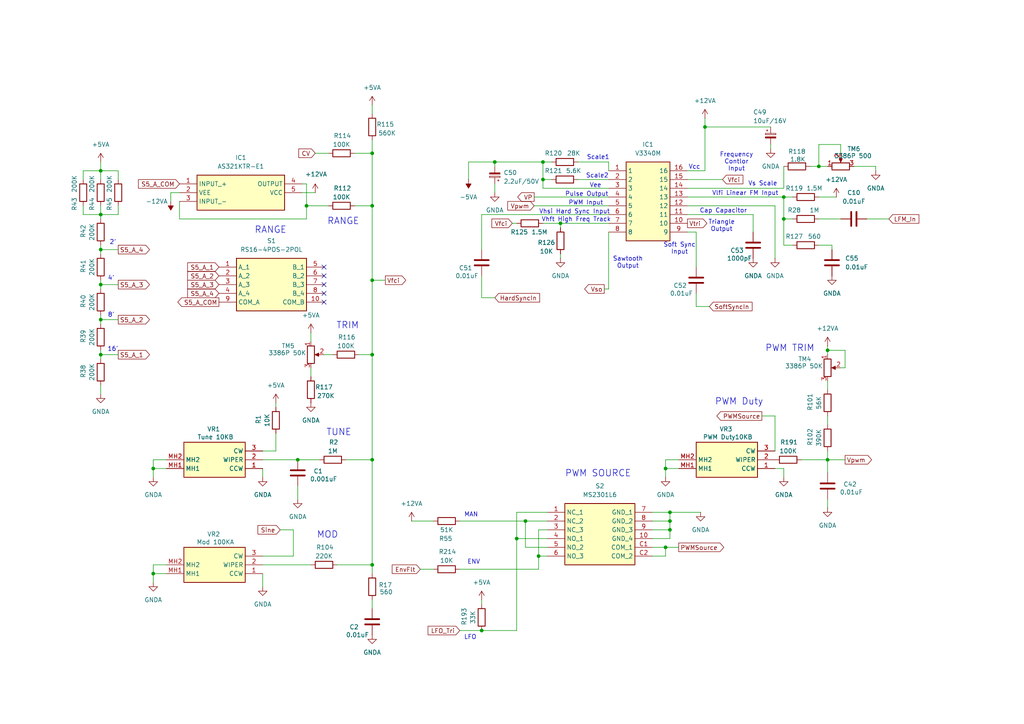
<source format=kicad_sch>
(kicad_sch (version 20250114) (generator "eeschema") (generator_version "9.0")
  (paper "A4")
  (text "Vhft High Freq Track" (at 167.132 63.754 0) (effects (font (size 1.27 1.27))))
  (text "LFO" (at 136.398 184.912 0) (effects (font (size 1.27 1.27))))
  (text "TRIM" (at 100.838 94.488 0) (effects (font (size 1.905 1.905))))
  (text "MOD" (at 94.996 155.194 0) (effects (font (size 1.905 1.905))))
  (text "Vee" (at 172.72 53.848 0) (effects (font (size 1.27 1.27))))
  (text "MAN" (at 136.652 149.352 0) (effects (font (size 1.27 1.27))))
  (text "Sawtooth\nOutput" (at 182.118 76.2 0) (effects (font (size 1.27 1.27))))
  (text "4'" (at 32.258 80.772 0) (effects (font (size 1.27 1.27))))
  (text "PWM Input" (at 169.926 58.928 0) (effects (font (size 1.27 1.27))))
  (text "RANGE" (at 78.486 66.802 0) (effects (font (size 1.905 1.905))))
  (text "Vcc" (at 201.422 48.514 0) (effects (font (size 1.27 1.27))))
  (text "PWM SOURCE" (at 173.482 137.414 0) (effects (font (size 1.905 1.905))))
  (text "Vhsi Hard Sync Input" (at 166.624 61.468 0) (effects (font (size 1.27 1.27))))
  (text "PWM TRIM" (at 229.108 101.092 0) (effects (font (size 1.905 1.905))))
  (text "2'" (at 32.766 70.358 0) (effects (font (size 1.27 1.27))))
  (text "Vlfi Linear FM Input" (at 216.154 56.134 0) (effects (font (size 1.27 1.27))))
  (text "16'" (at 32.766 101.346 0) (effects (font (size 1.27 1.27))))
  (text "Pulse Output" (at 170.18 56.388 0) (effects (font (size 1.27 1.27))))
  (text "Vs Scale" (at 221.234 53.34 0) (effects (font (size 1.27 1.27))))
  (text "Scale1" (at 173.482 45.72 0) (effects (font (size 1.27 1.27))))
  (text "Scale2" (at 173.228 51.054 0) (effects (font (size 1.27 1.27))))
  (text "Triangle\nOutput" (at 209.296 65.532 0) (effects (font (size 1.27 1.27))))
  (text "Cap Capacitor" (at 209.804 61.214 0) (effects (font (size 1.27 1.27))))
  (text "PWM Duty" (at 214.376 116.586 0) (effects (font (size 1.905 1.905))))
  (text "Frequency\nContlor\nInput" (at 213.614 46.99 0) (effects (font (size 1.27 1.27))))
  (text "Soft Sync\nInput" (at 197.104 72.136 0) (effects (font (size 1.27 1.27))))
  (text "TUNE" (at 98.298 125.476 0) (effects (font (size 1.905 1.905))))
  (text "RANGE" (at 99.568 64.262 0) (effects (font (size 1.905 1.905))))
  (text "8'" (at 32.258 91.44 0) (effects (font (size 1.27 1.27))))
  (text "ENV" (at 137.414 163.068 0) (effects (font (size 1.27 1.27))))
  (junction (at 29.21 72.39))
  (junction (at 157.48 46.99))
  (junction (at 29.21 62.23))
  (junction (at 88.9 59.69))
  (junction (at 44.45 166.37))
  (junction (at 107.95 59.69))
  (junction (at 193.04 135.89))
  (junction (at 29.21 92.71))
  (junction (at 29.21 102.87))
  (junction (at 29.21 82.55))
  (junction (at 240.03 101.6))
  (junction (at 227.33 57.15))
  (junction (at 139.7 182.88))
  (junction (at 107.95 81.28))
  (junction (at 237.49 48.26))
  (junction (at 194.31 148.59))
  (junction (at 152.4 151.13))
  (junction (at 227.33 63.5))
  (junction (at 156.21 161.29))
  (junction (at 157.48 52.07))
  (junction (at 193.04 158.75))
  (junction (at 86.36 133.35))
  (junction (at 107.95 44.45))
  (junction (at 162.56 64.77))
  (junction (at 107.95 163.83))
  (junction (at 107.95 133.35))
  (junction (at 194.31 153.67))
  (junction (at 204.47 36.83))
  (junction (at 143.51 46.99))
  (junction (at 29.21 49.53))
  (junction (at 44.45 135.89))
  (junction (at 194.31 151.13))
  (junction (at 240.03 133.35))
  (junction (at 107.95 102.87))
  (junction (at 149.86 156.21))
  (no_connect (at 93.98 85.09))
  (no_connect (at 93.98 80.01))
  (no_connect (at 93.98 82.55))
  (no_connect (at 93.98 87.63))
  (no_connect (at 93.98 77.47))
  (wire (pts (xy 48.26 135.89) (xy 44.45 135.89)))
  (wire (pts (xy 158.75 151.13) (xy 152.4 151.13)))
  (wire (pts (xy 199.39 57.15) (xy 227.33 57.15)))
  (wire (pts (xy 193.04 133.35) (xy 193.04 135.89)))
  (wire (pts (xy 154.94 57.15) (xy 176.53 57.15)))
  (wire (pts (xy 205.74 88.9) (xy 201.93 88.9)))
  (wire (pts (xy 204.47 36.83) (xy 204.47 49.53)))
  (wire (pts (xy 88.9 59.69) (xy 88.9 53.34)))
  (wire (pts (xy 121.92 165.1) (xy 125.73 165.1)))
  (wire (pts (xy 196.85 135.89) (xy 193.04 135.89)))
  (wire (pts (xy 29.21 72.39) (xy 34.29 72.39)))
  (wire (pts (xy 139.7 86.36) (xy 139.7 80.01)))
  (wire (pts (xy 29.21 81.28) (xy 29.21 82.55)))
  (wire (pts (xy 240.03 120.65) (xy 240.03 123.19)))
  (wire (pts (xy 48.26 166.37) (xy 44.45 166.37)))
  (wire (pts (xy 48.26 133.35) (xy 44.45 133.35)))
  (wire (pts (xy 135.89 46.99) (xy 135.89 52.07)))
  (wire (pts (xy 85.09 161.29) (xy 85.09 153.67)))
  (wire (pts (xy 107.95 40.64) (xy 107.95 44.45)))
  (wire (pts (xy 87.63 55.88) (xy 91.44 55.88)))
  (wire (pts (xy 29.21 82.55) (xy 29.21 83.82)))
  (wire (pts (xy 149.86 182.88) (xy 149.86 156.21)))
  (wire (pts (xy 24.13 62.23) (xy 29.21 62.23)))
  (wire (pts (xy 227.33 63.5) (xy 227.33 71.12)))
  (wire (pts (xy 167.64 52.07) (xy 176.53 52.07)))
  (wire (pts (xy 29.21 82.55) (xy 34.29 82.55)))
  (wire (pts (xy 97.79 163.83) (xy 107.95 163.83)))
  (wire (pts (xy 189.23 153.67) (xy 194.31 153.67)))
  (wire (pts (xy 176.53 46.99) (xy 167.64 46.99)))
  (wire (pts (xy 189.23 158.75) (xy 193.04 158.75)))
  (wire (pts (xy 241.3 71.12) (xy 241.3 72.39)))
  (wire (pts (xy 158.75 153.67) (xy 156.21 153.67)))
  (wire (pts (xy 104.14 102.87) (xy 107.95 102.87)))
  (wire (pts (xy 133.35 182.88) (xy 139.7 182.88)))
  (wire (pts (xy 224.79 120.65) (xy 224.79 130.81)))
  (wire (pts (xy 237.49 48.26) (xy 240.03 48.26)))
  (wire (pts (xy 204.47 49.53) (xy 199.39 49.53)))
  (wire (pts (xy 243.84 41.91) (xy 237.49 41.91)))
  (wire (pts (xy 24.13 52.07) (xy 24.13 49.53)))
  (wire (pts (xy 201.93 67.31) (xy 201.93 77.47)))
  (wire (pts (xy 227.33 48.26) (xy 227.33 54.61)))
  (wire (pts (xy 201.93 67.31) (xy 199.39 67.31)))
  (wire (pts (xy 34.29 62.23) (xy 34.29 59.69)))
  (wire (pts (xy 152.4 158.75) (xy 158.75 158.75)))
  (wire (pts (xy 196.85 133.35) (xy 193.04 133.35)))
  (wire (pts (xy 91.44 44.45) (xy 95.25 44.45)))
  (wire (pts (xy 194.31 148.59) (xy 203.2 148.59)))
  (wire (pts (xy 29.21 49.53) (xy 29.21 52.07)))
  (wire (pts (xy 24.13 59.69) (xy 24.13 62.23)))
  (wire (pts (xy 135.89 46.99) (xy 143.51 46.99)))
  (wire (pts (xy 90.17 96.52) (xy 90.17 99.06)))
  (wire (pts (xy 52.07 58.42) (xy 52.07 63.5)))
  (wire (pts (xy 247.65 48.26) (xy 254 48.26)))
  (wire (pts (xy 152.4 151.13) (xy 152.4 158.75)))
  (wire (pts (xy 125.73 151.13) (xy 119.38 151.13)))
  (wire (pts (xy 243.84 106.68) (xy 245.11 106.68)))
  (wire (pts (xy 139.7 182.88) (xy 149.86 182.88)))
  (wire (pts (xy 176.53 49.53) (xy 176.53 46.99)))
  (wire (pts (xy 227.33 63.5) (xy 229.87 63.5)))
  (wire (pts (xy 176.53 62.23) (xy 139.7 62.23)))
  (wire (pts (xy 218.44 62.23) (xy 218.44 67.31)))
  (wire (pts (xy 48.26 163.83) (xy 44.45 163.83)))
  (wire (pts (xy 86.36 133.35) (xy 92.71 133.35)))
  (wire (pts (xy 76.2 133.35) (xy 86.36 133.35)))
  (wire (pts (xy 224.79 59.69) (xy 224.79 74.93)))
  (wire (pts (xy 162.56 64.77) (xy 176.53 64.77)))
  (wire (pts (xy 193.04 161.29) (xy 193.04 158.75)))
  (wire (pts (xy 80.01 118.11) (xy 80.01 116.84)))
  (wire (pts (xy 240.03 133.35) (xy 245.11 133.35)))
  (wire (pts (xy 156.21 165.1) (xy 156.21 161.29)))
  (wire (pts (xy 156.21 153.67) (xy 156.21 161.29)))
  (wire (pts (xy 143.51 46.99) (xy 157.48 46.99)))
  (wire (pts (xy 107.95 102.87) (xy 107.95 81.28)))
  (wire (pts (xy 240.03 130.81) (xy 240.03 133.35)))
  (wire (pts (xy 176.53 54.61) (xy 157.48 54.61)))
  (wire (pts (xy 85.09 153.67) (xy 81.28 153.67)))
  (wire (pts (xy 111.76 81.28) (xy 107.95 81.28)))
  (wire (pts (xy 107.95 163.83) (xy 107.95 133.35)))
  (wire (pts (xy 29.21 49.53) (xy 34.29 49.53)))
  (wire (pts (xy 107.95 163.83) (xy 107.95 166.37)))
  (wire (pts (xy 76.2 166.37) (xy 76.2 170.18)))
  (wire (pts (xy 240.03 100.33) (xy 240.03 101.6)))
  (wire (pts (xy 175.26 83.82) (xy 176.53 83.82)))
  (wire (pts (xy 234.95 48.26) (xy 237.49 48.26)))
  (wire (pts (xy 29.21 59.69) (xy 29.21 62.23)))
  (wire (pts (xy 237.49 41.91) (xy 237.49 48.26)))
  (wire (pts (xy 157.48 46.99) (xy 160.02 46.99)))
  (wire (pts (xy 223.52 41.91) (xy 223.52 43.18)))
  (wire (pts (xy 76.2 138.43) (xy 76.2 135.89)))
  (wire (pts (xy 189.23 151.13) (xy 194.31 151.13)))
  (wire (pts (xy 44.45 166.37) (xy 44.45 168.91)))
  (wire (pts (xy 52.07 63.5) (xy 88.9 63.5)))
  (wire (pts (xy 107.95 44.45) (xy 107.95 59.69)))
  (wire (pts (xy 254 48.26) (xy 254 49.53)))
  (wire (pts (xy 93.98 102.87) (xy 96.52 102.87)))
  (wire (pts (xy 149.86 156.21) (xy 158.75 156.21)))
  (wire (pts (xy 34.29 49.53) (xy 34.29 52.07)))
  (wire (pts (xy 157.48 64.77) (xy 162.56 64.77)))
  (wire (pts (xy 240.03 133.35) (xy 240.03 137.16)))
  (wire (pts (xy 29.21 62.23) (xy 29.21 63.5)))
  (wire (pts (xy 154.94 59.69) (xy 176.53 59.69)))
  (wire (pts (xy 204.47 36.83) (xy 223.52 36.83)))
  (wire (pts (xy 29.21 102.87) (xy 29.21 104.14)))
  (wire (pts (xy 88.9 53.34) (xy 87.63 53.34)))
  (wire (pts (xy 44.45 135.89) (xy 44.45 138.43)))
  (wire (pts (xy 237.49 57.15) (xy 242.57 57.15)))
  (wire (pts (xy 227.33 135.89) (xy 227.33 138.43)))
  (wire (pts (xy 227.33 57.15) (xy 229.87 57.15)))
  (wire (pts (xy 80.01 125.73) (xy 80.01 130.81)))
  (wire (pts (xy 86.36 140.97) (xy 86.36 144.78)))
  (wire (pts (xy 189.23 148.59) (xy 194.31 148.59)))
  (wire (pts (xy 199.39 62.23) (xy 218.44 62.23)))
  (wire (pts (xy 29.21 72.39) (xy 29.21 73.66)))
  (wire (pts (xy 158.75 148.59) (xy 149.86 148.59)))
  (wire (pts (xy 237.49 63.5) (xy 243.84 63.5)))
  (wire (pts (xy 107.95 102.87) (xy 107.95 133.35)))
  (wire (pts (xy 209.55 52.07) (xy 199.39 52.07)))
  (wire (pts (xy 143.51 53.34) (xy 143.51 55.88)))
  (wire (pts (xy 176.53 83.82) (xy 176.53 67.31)))
  (wire (pts (xy 24.13 49.53) (xy 29.21 49.53)))
  (wire (pts (xy 76.2 130.81) (xy 80.01 130.81)))
  (wire (pts (xy 157.48 46.99) (xy 157.48 52.07)))
  (wire (pts (xy 139.7 62.23) (xy 139.7 72.39)))
  (wire (pts (xy 29.21 46.99) (xy 29.21 49.53)))
  (wire (pts (xy 133.35 151.13) (xy 152.4 151.13)))
  (wire (pts (xy 194.31 153.67) (xy 194.31 151.13)))
  (wire (pts (xy 29.21 92.71) (xy 29.21 93.98)))
  (wire (pts (xy 29.21 71.12) (xy 29.21 72.39)))
  (wire (pts (xy 243.84 44.45) (xy 243.84 41.91)))
  (wire (pts (xy 240.03 101.6) (xy 240.03 102.87)))
  (wire (pts (xy 76.2 161.29) (xy 85.09 161.29)))
  (wire (pts (xy 201.93 88.9) (xy 201.93 85.09)))
  (wire (pts (xy 240.03 144.78) (xy 240.03 147.32)))
  (wire (pts (xy 52.07 55.88) (xy 49.53 55.88)))
  (wire (pts (xy 199.39 59.69) (xy 224.79 59.69)))
  (wire (pts (xy 90.17 163.83) (xy 76.2 163.83)))
  (wire (pts (xy 194.31 156.21) (xy 194.31 153.67)))
  (wire (pts (xy 204.47 34.29) (xy 204.47 36.83)))
  (wire (pts (xy 251.46 63.5) (xy 257.81 63.5)))
  (wire (pts (xy 224.79 135.89) (xy 227.33 135.89)))
  (wire (pts (xy 44.45 163.83) (xy 44.45 166.37)))
  (wire (pts (xy 194.31 151.13) (xy 194.31 148.59)))
  (wire (pts (xy 193.04 158.75) (xy 196.85 158.75)))
  (wire (pts (xy 148.59 64.77) (xy 149.86 64.77)))
  (wire (pts (xy 49.53 55.88) (xy 49.53 58.42)))
  (wire (pts (xy 227.33 57.15) (xy 227.33 63.5)))
  (wire (pts (xy 88.9 59.69) (xy 95.25 59.69)))
  (wire (pts (xy 189.23 156.21) (xy 194.31 156.21)))
  (wire (pts (xy 232.41 133.35) (xy 240.03 133.35)))
  (wire (pts (xy 156.21 161.29) (xy 158.75 161.29)))
  (wire (pts (xy 227.33 54.61) (xy 199.39 54.61)))
  (wire (pts (xy 245.11 101.6) (xy 240.03 101.6)))
  (wire (pts (xy 220.98 120.65) (xy 224.79 120.65)))
  (wire (pts (xy 133.35 165.1) (xy 156.21 165.1)))
  (wire (pts (xy 229.87 71.12) (xy 227.33 71.12)))
  (wire (pts (xy 157.48 54.61) (xy 157.48 52.07)))
  (wire (pts (xy 193.04 135.89) (xy 193.04 138.43)))
  (wire (pts (xy 102.87 44.45) (xy 107.95 44.45)))
  (wire (pts (xy 90.17 106.68) (xy 90.17 109.22)))
  (wire (pts (xy 107.95 173.99) (xy 107.95 176.53)))
  (wire (pts (xy 162.56 74.93) (xy 162.56 73.66)))
  (wire (pts (xy 44.45 133.35) (xy 44.45 135.89)))
  (wire (pts (xy 107.95 59.69) (xy 107.95 81.28)))
  (wire (pts (xy 88.9 63.5) (xy 88.9 59.69)))
  (wire (pts (xy 29.21 62.23) (xy 34.29 62.23)))
  (wire (pts (xy 149.86 148.59) (xy 149.86 156.21)))
  (wire (pts (xy 143.51 86.36) (xy 139.7 86.36)))
  (wire (pts (xy 29.21 102.87) (xy 34.29 102.87)))
  (wire (pts (xy 143.51 46.99) (xy 143.51 48.26)))
  (wire (pts (xy 139.7 173.99) (xy 139.7 175.26)))
  (wire (pts (xy 237.49 71.12) (xy 241.3 71.12)))
  (wire (pts (xy 29.21 91.44) (xy 29.21 92.71)))
  (wire (pts (xy 240.03 110.49) (xy 240.03 113.03)))
  (wire (pts (xy 107.95 30.48) (xy 107.95 33.02)))
  (wire (pts (xy 162.56 64.77) (xy 162.56 66.04)))
  (wire (pts (xy 189.23 161.29) (xy 193.04 161.29)))
  (wire (pts (xy 29.21 111.76) (xy 29.21 114.3)))
  (wire (pts (xy 29.21 101.6) (xy 29.21 102.87)))
  (wire (pts (xy 102.87 59.69) (xy 107.95 59.69)))
  (wire (pts (xy 160.02 52.07) (xy 157.48 52.07)))
  (wire (pts (xy 245.11 106.68) (xy 245.11 101.6)))
  (wire (pts (xy 100.33 133.35) (xy 107.95 133.35)))
  (wire (pts (xy 29.21 92.71) (xy 34.29 92.71)))
  (global_label "Sine" (shape input) (at 81.28 153.67 180) (property "Intersheetrefs" "${INTERSHEET_REFS}" (effects (hide yes))))
  (global_label "Vso" (shape output) (at 175.26 83.82 180) (property "Intersheetrefs" "${INTERSHEET_REFS}" (effects (hide yes))))
  (global_label "S5_A_3" (shape input) (at 63.5 82.55 180) (property "Intersheetrefs" "${INTERSHEET_REFS}" (effects (hide yes))))
  (global_label "PWMSource" (shape output) (at 196.85 158.75 0) (property "Intersheetrefs" "${INTERSHEET_REFS}" (effects (hide yes))))
  (global_label "Vfci" (shape input) (at 209.55 52.07 0) (property "Intersheetrefs" "${INTERSHEET_REFS}" (effects (hide yes))))
  (global_label "Vfci" (shape output) (at 111.76 81.28 0) (property "Intersheetrefs" "${INTERSHEET_REFS}" (effects (hide yes))))
  (global_label "HardSyncIn" (shape input) (at 143.51 86.36 0) (property "Intersheetrefs" "${INTERSHEET_REFS}" (effects (hide yes))))
  (global_label "EnvFlt" (shape input) (at 121.92 165.1 180) (property "Intersheetrefs" "${INTERSHEET_REFS}" (effects (hide yes))))
  (global_label "Vtri" (shape output) (at 199.39 64.77 0) (property "Intersheetrefs" "${INTERSHEET_REFS}" (effects (hide yes))))
  (global_label "S5_A_4" (shape output) (at 34.29 72.39 0) (property "Intersheetrefs" "${INTERSHEET_REFS}" (effects (hide yes))))
  (global_label "S5_A_3" (shape output) (at 34.29 82.55 0) (property "Intersheetrefs" "${INTERSHEET_REFS}" (effects (hide yes))))
  (global_label "S5_A_1" (shape output) (at 34.29 102.87 0) (property "Intersheetrefs" "${INTERSHEET_REFS}" (effects (hide yes))))
  (global_label "S5_A_2" (shape input) (at 63.5 80.01 180) (property "Intersheetrefs" "${INTERSHEET_REFS}" (effects (hide yes))))
  (global_label "S5_A_COM" (shape input) (at 52.07 53.34 180) (property "Intersheetrefs" "${INTERSHEET_REFS}" (effects (hide yes))))
  (global_label "Vpwm" (shape output) (at 245.11 133.35 0) (property "Intersheetrefs" "${INTERSHEET_REFS}" (effects (hide yes))))
  (global_label "CV" (shape input) (at 91.44 44.45 180) (property "Intersheetrefs" "${INTERSHEET_REFS}" (effects (hide yes))))
  (global_label "S5_A_4" (shape input) (at 63.5 85.09 180) (property "Intersheetrefs" "${INTERSHEET_REFS}" (effects (hide yes))))
  (global_label "S5_A_2" (shape output) (at 34.29 92.71 0) (property "Intersheetrefs" "${INTERSHEET_REFS}" (effects (hide yes))))
  (global_label "SoftSyncIn" (shape input) (at 205.74 88.9 0) (property "Intersheetrefs" "${INTERSHEET_REFS}" (effects (hide yes))))
  (global_label "LFM_In" (shape input) (at 257.81 63.5 0) (property "Intersheetrefs" "${INTERSHEET_REFS}" (effects (hide yes))))
  (global_label "S5_A_1" (shape input) (at 63.5 77.47 180) (property "Intersheetrefs" "${INTERSHEET_REFS}" (effects (hide yes))))
  (global_label "S5_A_COM" (shape output) (at 63.5 87.63 180) (property "Intersheetrefs" "${INTERSHEET_REFS}" (effects (hide yes))))
  (global_label "Vpwm" (shape input) (at 154.94 59.69 180) (property "Intersheetrefs" "${INTERSHEET_REFS}" (effects (hide yes))))
  (global_label "Vfci" (shape input) (at 148.59 64.77 180) (property "Intersheetrefs" "${INTERSHEET_REFS}" (effects (hide yes))))
  (global_label "LFO_Tri" (shape input) (at 133.35 182.88 180) (property "Intersheetrefs" "${INTERSHEET_REFS}" (effects (hide yes))))
  (global_label "VP" (shape output) (at 154.94 57.15 180) (property "Intersheetrefs" "${INTERSHEET_REFS}" (effects (hide yes))))
  (global_label "PWMSource" (shape output) (at 220.98 120.65 180) (property "Intersheetrefs" "${INTERSHEET_REFS}" (effects (hide yes))))
  (symbol (lib_id "Device:R") (at 231.14 48.26 90) (unit 1)
    (property "Reference" "R26" (at 231.14 43.942 90))
    (property "Value" "1.8K" (at 231.394 46.228 90))
    (property "Footprint" "Resistor_THT:R_Axial_DIN0207_L6.3mm_D2.5mm_P2.54mm_Vertical" (effects (hide yes)))
    (property "Description" "Resistor" (effects (hide yes)))
    (instances (project "" (path "" (reference "R118") (unit 1))) (project "" (path "" (reference "R26") (unit 1))))
  )
  (symbol (lib_id "Device:R") (at 163.83 52.07 90) (unit 1)
    (property "Reference" "R24" (at 160.528 49.53 90))
    (property "Value" "5.6K" (at 166.37 49.53 90))
    (property "Footprint" "Resistor_THT:R_Axial_DIN0207_L6.3mm_D2.5mm_P2.54mm_Vertical" (effects (hide yes)))
    (property "Description" "Resistor" (effects (hide yes)))
    (instances (project "analogSeparate" (path "" (reference "R121") (unit 1))) (project "analogSeparate" (path "" (reference "R24") (unit 1))))
  )
  (symbol (lib_id "SamacSys_Parts:RK09D117000B") (at 224.79 135.89 180) (unit 1)
    (property "Reference" "VR3" (at 210.566 124.46 0))
    (property "Value" "PWM Duty10KB" (at 211.074 126.746 0))
    (property "Footprint" "SamacSys_parts:RK09D117000B" (effects (hide yes)))
    (property "Datasheet" "https://tech.alpsalpine.com/prod/j/html/potentiometer/rotarypotentiometers/rk09k/rk09d117000b.html" (effects (hide yes)))
    (property "Description" "9-inch insulated shaft snap-in type RK09K/RK09D series" (effects (hide yes)))
    (property "Height" "30" (effects (hide yes)))
    (property "Manufacturer_Name" "ALPS Electric" (effects (hide yes)))
    (property "Manufacturer_Part_Number" "RK09D117000B" (effects (hide yes)))
    (property "Mouser Part Number" "688-RK09D117000B" (effects (hide yes)))
    (property "Mouser Price/Stock" "https://www.mouser.co.uk/ProductDetail/Alps-Alpine/RK09D117000B?qs=3cOf6TWd2rbc67829PEbEQ%3D%3D" (effects (hide yes)))
  )
  (symbol (lib_id "Device:C") (at 201.93 81.28 180) (unit 1)
    (property "Reference" "C5" (at 195.326 82.804 0) (effects (justify right)))
    (property "Value" "0.01uF" (at 194.31 85.09 0) (effects (justify right)))
    (property "Footprint" "Capacitor_THT:C_Disc_D5.0mm_W2.5mm_P2.50mm" (effects (hide yes)))
    (property "Description" "Unpolarized capacitor" (effects (hide yes)))
    (instances (project "analogSeparate" (path "" (reference "C52") (unit 1))) (project "analogSeparate" (path "" (reference "C5") (unit 1))))
  )
  (symbol (lib_id "power:GNDA") (at 107.95 184.15 0) (unit 1)
    (property "Reference" "#PWR014" (effects (hide yes)))
    (property "Value" "GNDA" (at 107.95 189.23 0))
    (property "Description" "Power symbol creates a global label with name \"GNDA\" , analog ground" (effects (hide yes)))
  )
  (symbol (lib_id "power:GNDA") (at 223.52 43.18 0) (unit 1)
    (property "Reference" "#PWR024" (effects (hide yes)))
    (property "Value" "GNDA" (at 223.52 48.26 0))
    (property "Description" "Power symbol creates a global label with name \"GNDA\" , analog ground" (effects (hide yes)))
    (instances (project "analogSeparate" (path "" (reference "#PWR012") (unit 1))) (project "analogSeparate" (path "" (reference "#PWR024") (unit 1))))
  )
  (symbol (lib_id "power:GNDA") (at 193.04 138.43 0) (unit 1)
    (property "Reference" "#PWR020" (effects (hide yes)))
    (property "Value" "GNDA" (at 193.04 143.51 0))
    (property "Description" "Power symbol creates a global label with name \"GNDA\" , analog ground" (effects (hide yes)))
  )
  (symbol (lib_id "Device:C") (at 218.44 71.12 180) (unit 1)
    (property "Reference" "C6" (at 211.836 72.644 0) (effects (justify right)))
    (property "Value" "1000pF" (at 210.82 74.93 0) (effects (justify right)))
    (property "Footprint" "Capacitor_THT:C_Disc_D5.0mm_W2.5mm_P2.50mm" (effects (hide yes)))
    (property "Description" "Unpolarized capacitor" (effects (hide yes)))
    (instances (project "analogSeparate" (path "" (reference "C53") (unit 1))) (project "analogSeparate" (path "" (reference "C6") (unit 1))))
  )
  (symbol (lib_id "power:+5VA") (at 80.01 116.84 0) (unit 1)
    (property "Reference" "#PWR08" (effects (hide yes)))
    (property "Value" "+5VA" (at 80.01 111.76 0))
    (property "Description" "Power symbol creates a global label with name \"+5VA\"" (effects (hide yes)))
    (instances (project "analogSeparate" (path "" (reference "#PWR017") (unit 1))) (project "analogSeparate" (path "" (reference "#PWR08") (unit 1))))
  )
  (symbol (lib_id "power:+5VA") (at 107.95 30.48 0) (unit 1)
    (property "Reference" "#PWR013" (effects (hide yes)))
    (property "Value" "+5VA" (at 107.95 25.4 0))
    (property "Description" "Power symbol creates a global label with name \"+5VA\"" (effects (hide yes)))
    (instances (project "analogSeparate" (path "" (reference "#PWR023") (unit 1))) (project "analogSeparate" (path "" (reference "#PWR013") (unit 1))))
  )
  (symbol (lib_id "power:GNDA") (at 162.56 74.93 0) (unit 1)
    (property "Reference" "#PWR019" (effects (hide yes)))
    (property "Value" "GNDA" (at 162.56 80.01 0))
    (property "Description" "Power symbol creates a global label with name \"GNDA\" , analog ground" (effects (hide yes)))
    (instances (project "analogSeparate" (path "" (reference "#PWR010") (unit 1))) (project "analogSeparate" (path "" (reference "#PWR019") (unit 1))))
  )
  (symbol (lib_id "power:+5VA") (at 90.17 96.52 0) (unit 1)
    (property "Reference" "#PWR010" (effects (hide yes)))
    (property "Value" "+5VA" (at 90.17 91.44 0))
    (property "Description" "Power symbol creates a global label with name \"+5VA\"" (effects (hide yes)))
    (instances (project "analogSeparate" (path "" (reference "#PWR021") (unit 1))) (project "analogSeparate" (path "" (reference "#PWR010") (unit 1))))
  )
  (symbol (lib_id "SamacSys_Parts:AS321KTR-E1") (at 52.07 53.34 0) (unit 1)
    (property "Reference" "IC1" (at 69.85 45.72 0))
    (property "Value" "AS321KTR-E1" (at 69.85 48.26 0))
    (property "Footprint" "SamacSys_parts:SOT95P282X145-5N" (effects (hide yes)))
    (property "Datasheet" "https://www.diodes.com//assets/Datasheets/AS321.pdf" (effects (hide yes)))
    (property "Description" "Excellent Phase Margin: 60 deg.  Large Voltage Gain: 100dB (Typical)  Low Input Bias Current: 20nA (Typical)  Low Input Offset Voltage: 2mV (Typical)  Low Supply Current: 0.35mA at VCC = 5V  Wide Power Supply Voltage:  Single Supply: 3V to 36V  Dual Supplies: +/-1.5V to +/-18V  Wide Input Common Mode Voltage Range: 0V to VCC-1.5V  Lead-Free Packages: SOT25  Totally Lead-Free; RoHS Compliant (Notes 1 & 2)  Lead-Free Packages, Available in Green Molding Compound: SOT25  Totally Lead-F" (effects (hide yes)))
    (property "Height" "1.45" (effects (hide yes)))
    (property "Manufacturer_Name" "Diodes Incorporated" (effects (hide yes)))
    (property "Manufacturer_Part_Number" "AS321KTR-E1" (effects (hide yes)))
    (property "Mouser Part Number" "621-AS321KTR-E1" (effects (hide yes)))
    (property "Mouser Price/Stock" "https://www.mouser.co.uk/ProductDetail/Diodes-Incorporated/AS321KTR-E1?qs=5V6w%252Be2aIqbJH6DETpx4Lw%3D%3D" (effects (hide yes)))
    (property "Arrow Part Number" "AS321KTR-E1" (effects (hide yes)))
    (property "Arrow Price/Stock" "https://www.arrow.com/en/products/as321ktr-e1/diodes-incorporated?region=nac" (effects (hide yes)))
  )
  (symbol (lib_id "Device:R") (at 93.98 163.83 90) (unit 1)
    (property "Reference" "R11" (at 94.234 158.75 90))
    (property "Value" "220K" (at 93.98 161.29 90))
    (property "Footprint" "Resistor_THT:R_Axial_DIN0207_L6.3mm_D2.5mm_P2.54mm_Vertical" (effects (hide yes)))
    (property "Description" "Resistor" (effects (hide yes)))
    (instances (project "analogSeparate" (path "" (reference "R104") (unit 1))) (project "analogSeparate" (path "" (reference "R11") (unit 1))))
  )
  (symbol (lib_id "power:+12VA") (at 91.44 55.88 0) (unit 1)
    (property "Reference" "#PWR012" (effects (hide yes)))
    (property "Value" "+12VA" (at 91.694 50.546 0))
    (property "Description" "Power symbol creates a global label with name \"+12VA\"" (effects (hide yes)))
  )
  (symbol (lib_id "Device:R_Potentiometer") (at 243.84 48.26 90) (unit 1)
    (property "Reference" "TM3" (at 247.65 43.18 90))
    (property "Value" "3386P 500" (at 247.396 45.212 90))
    (property "Footprint" "Potentiometer_THT:Potentiometer_Bourns_3386P_Vertical" (effects (hide yes)))
    (property "Description" "Potentiometer" (effects (hide yes)))
    (instances (project "" (path "" (reference "TM6") (unit 1))) (project "" (path "" (reference "TM3") (unit 1))))
  )
  (symbol (lib_id "power:GNDA") (at 240.03 147.32 0) (unit 1)
    (property "Reference" "#PWR028" (effects (hide yes)))
    (property "Value" "GNDA" (at 240.03 152.4 0))
    (property "Description" "Power symbol creates a global label with name \"GNDA\" , analog ground" (effects (hide yes)))
    (instances (project "analogSeparate" (path "" (reference "#PWR033") (unit 1))) (project "analogSeparate" (path "" (reference "#PWR028") (unit 1))))
  )
  (symbol (lib_id "power:+5VA") (at 139.7 173.99 0) (unit 1)
    (property "Reference" "#PWR017" (effects (hide yes)))
    (property "Value" "+5VA" (at 139.7 168.91 0))
    (property "Description" "Power symbol creates a global label with name \"+5VA\"" (effects (hide yes)))
    (instances (project "analogSeparate" (path "" (reference "#PWR029") (unit 1))) (project "analogSeparate" (path "" (reference "#PWR017") (unit 1))))
  )
  (symbol (lib_id "Device:R") (at 24.13 55.88 180) (unit 1)
    (property "Reference" "R1" (at 21.59 59.182 90))
    (property "Value" "200K" (at 21.59 53.34 90))
    (property "Footprint" "Resistor_THT:R_Axial_DIN0207_L6.3mm_D2.5mm_P2.54mm_Vertical" (effects (hide yes)))
    (property "Description" "Resistor" (effects (hide yes)))
    (instances (project "analogSeparate" (path "" (reference "R43") (unit 1))) (project "analogSeparate" (path "" (reference "R1") (unit 1))))
  )
  (symbol (lib_id "power:GNDA") (at 29.21 114.3 0) (unit 1)
    (property "Reference" "#PWR02" (effects (hide yes)))
    (property "Value" "GNDA" (at 29.21 119.38 0))
    (property "Description" "Power symbol creates a global label with name \"GNDA\" , analog ground" (effects (hide yes)))
    (instances (project "analogSeparate" (path "" (reference "#PWR014") (unit 1))) (project "analogSeparate" (path "" (reference "#PWR02") (unit 1))))
  )
  (symbol (lib_id "power:+12VA") (at 240.03 100.33 0) (unit 1)
    (property "Reference" "#PWR027" (effects (hide yes)))
    (property "Value" "+12VA" (at 240.03 95.25 0))
    (property "Description" "Power symbol creates a global label with name \"+12VA\"" (effects (hide yes)))
    (instances (project "analogSeparate" (path "" (reference "#PWR032") (unit 1))) (project "analogSeparate" (path "" (reference "#PWR027") (unit 1))))
  )
  (symbol (lib_id "power:-5VA") (at 135.89 52.07 180) (unit 1)
    (property "Reference" "#PWR016" (effects (hide yes)))
    (property "Value" "-5VA" (at 135.89 57.15 0))
    (property "Description" "Power symbol creates a global label with name \"-5VA\"" (effects (hide yes)))
    (instances (project "" (path "" (reference "#PWR09") (unit 1))) (project "" (path "" (reference "#PWR016") (unit 1))))
  )
  (symbol (lib_id "Device:C") (at 247.65 63.5 270) (unit 1)
    (property "Reference" "C10" (at 247.65 55.88 90))
    (property "Value" "0.01uF" (at 247.65 58.42 90))
    (property "Footprint" "Capacitor_THT:C_Disc_D5.0mm_W2.5mm_P2.50mm" (effects (hide yes)))
    (property "Description" "Unpolarized capacitor" (effects (hide yes)))
  )
  (symbol (lib_id "Device:R") (at 139.7 179.07 180) (unit 1)
    (property "Reference" "R20" (at 134.62 178.816 90))
    (property "Value" "33K" (at 137.16 179.07 90))
    (property "Footprint" "Resistor_THT:R_Axial_DIN0207_L6.3mm_D2.5mm_P2.54mm_Vertical" (effects (hide yes)))
    (property "Description" "Resistor" (effects (hide yes)))
    (instances (project "analogSeparate" (path "" (reference "R193") (unit 1))) (project "analogSeparate" (path "" (reference "R20") (unit 1))))
  )
  (symbol (lib_id "power:GNDA") (at 76.2 138.43 0) (unit 1)
    (property "Reference" "#PWR06" (effects (hide yes)))
    (property "Value" "GNDA" (at 76.2 143.51 0))
    (property "Description" "Power symbol creates a global label with name \"GNDA\" , analog ground" (effects (hide yes)))
  )
  (symbol (lib_id "Device:R") (at 228.6 133.35 90) (unit 1)
    (property "Reference" "R25" (at 228.854 128.27 90))
    (property "Value" "100K" (at 228.6 130.81 90))
    (property "Footprint" "Resistor_THT:R_Axial_DIN0207_L6.3mm_D2.5mm_P2.54mm_Vertical" (effects (hide yes)))
    (property "Description" "Resistor" (effects (hide yes)))
    (instances (project "analogSeparate" (path "" (reference "R191") (unit 1))) (project "analogSeparate" (path "" (reference "R25") (unit 1))))
  )
  (symbol (lib_id "Device:C_Polarized_Small") (at 143.51 50.8 180) (unit 1)
    (property "Reference" "C4" (at 146.05 50.076 0) (effects (justify right)))
    (property "Value" "2.2uF/50V" (at 146.05 52.616 0) (effects (justify right)))
    (property "Footprint" "Capacitor_THT:CP_Radial_D5.0mm_P2.50mm" (effects (hide yes)))
    (property "Description" "Polarized capacitor, small symbol" (effects (hide yes)))
    (instances (project "" (path "" (reference "C50") (unit 1))) (project "" (path "" (reference "C4") (unit 1))))
  )
  (symbol (lib_id "Device:R") (at 240.03 127 180) (unit 1)
    (property "Reference" "R31" (at 234.95 126.746 90))
    (property "Value" "390K" (at 237.49 127 90))
    (property "Footprint" "Resistor_THT:R_Axial_DIN0207_L6.3mm_D2.5mm_P2.54mm_Vertical" (effects (hide yes)))
    (property "Description" "Resistor" (effects (hide yes)))
    (instances (project "analogSeparate" (path "" (reference "R102") (unit 1))) (project "analogSeparate" (path "" (reference "R31") (unit 1))))
  )
  (symbol (lib_id "Device:R") (at 233.68 63.5 90) (unit 1)
    (property "Reference" "R28" (at 230.378 60.96 90))
    (property "Value" "1M" (at 236.22 60.96 90))
    (property "Footprint" "Resistor_THT:R_Axial_DIN0207_L6.3mm_D2.5mm_P2.54mm_Vertical" (effects (hide yes)))
    (property "Description" "Resistor" (effects (hide yes)))
  )
  (symbol (lib_id "Device:R") (at 129.54 165.1 90) (unit 1)
    (property "Reference" "R19" (at 129.794 160.02 90))
    (property "Value" "10K" (at 129.54 162.56 90))
    (property "Footprint" "Resistor_THT:R_Axial_DIN0207_L6.3mm_D2.5mm_P2.54mm_Vertical" (effects (hide yes)))
    (property "Description" "Resistor" (effects (hide yes)))
    (instances (project "analogSeparate" (path "" (reference "R214") (unit 1))) (project "analogSeparate" (path "" (reference "R19") (unit 1))))
  )
  (symbol (lib_id "Device:C") (at 86.36 137.16 180) (unit 1)
    (property "Reference" "C1" (at 90.932 136.652 0) (effects (justify right)))
    (property "Value" "0.001uF" (at 89.916 138.938 0) (effects (justify right)))
    (property "Footprint" "Capacitor_THT:C_Disc_D5.0mm_W2.5mm_P2.50mm" (effects (hide yes)))
    (property "Description" "Unpolarized capacitor" (effects (hide yes)))
  )
  (symbol (lib_id "Device:R") (at 29.21 55.88 180) (unit 1)
    (property "Reference" "R2" (at 26.67 59.182 90))
    (property "Value" "200K" (at 26.67 53.34 90))
    (property "Footprint" "Resistor_THT:R_Axial_DIN0207_L6.3mm_D2.5mm_P2.54mm_Vertical" (effects (hide yes)))
    (property "Description" "Resistor" (effects (hide yes)))
    (instances (project "analogSeparate" (path "" (reference "R44") (unit 1))) (project "analogSeparate" (path "" (reference "R2") (unit 1))))
  )
  (symbol (lib_id "Device:R_Potentiometer") (at 90.17 102.87 0) (unit 1)
    (property "Reference" "TM1" (at 83.566 100.33 0))
    (property "Value" "3386P 50K" (at 83.312 102.362 0))
    (property "Footprint" "Potentiometer_THT:Potentiometer_Bourns_3386P_Vertical" (effects (hide yes)))
    (property "Description" "Potentiometer" (effects (hide yes)))
    (instances (project "analogSeparate" (path "" (reference "TM5") (unit 1))) (project "analogSeparate" (path "" (reference "TM1") (unit 1))))
  )
  (symbol (lib_id "Device:R") (at 99.06 59.69 90) (unit 1)
    (property "Reference" "R14" (at 99.314 54.61 90))
    (property "Value" "100K" (at 99.06 57.15 90))
    (property "Footprint" "Resistor_THT:R_Axial_DIN0207_L6.3mm_D2.5mm_P2.54mm_Vertical" (effects (hide yes)))
    (property "Description" "Resistor" (effects (hide yes)))
    (instances (project "analogSeparate" (path "" (reference "R112") (unit 1))) (project "analogSeparate" (path "" (reference "R14") (unit 1))))
  )
  (symbol (lib_id "Device:R") (at 162.56 69.85 180) (unit 1)
    (property "Reference" "R22" (at 158.496 70.358 0))
    (property "Value" "10K" (at 158.496 72.898 0))
    (property "Footprint" "Resistor_THT:R_Axial_DIN0207_L6.3mm_D2.5mm_P2.54mm_Vertical" (effects (hide yes)))
    (property "Description" "Resistor" (effects (hide yes)))
    (instances (project "analogSeparate" (path "" (reference "R126") (unit 1))) (project "analogSeparate" (path "" (reference "R22") (unit 1))))
  )
  (symbol (lib_id "Device:C") (at 139.7 76.2 180) (unit 1)
    (property "Reference" "C3" (at 133.096 77.724 0) (effects (justify right)))
    (property "Value" "0.01uF" (at 132.08 80.01 0) (effects (justify right)))
    (property "Footprint" "Capacitor_THT:C_Disc_D5.0mm_W2.5mm_P2.50mm" (effects (hide yes)))
    (property "Description" "Unpolarized capacitor" (effects (hide yes)))
    (instances (project "analogSeparate" (path "" (reference "C51") (unit 1))) (project "analogSeparate" (path "" (reference "C3") (unit 1))))
  )
  (symbol (lib_id "Device:R") (at 233.68 71.12 90) (unit 1)
    (property "Reference" "R29" (at 230.378 68.58 90))
    (property "Value" "560" (at 236.22 68.58 90))
    (property "Footprint" "Resistor_THT:R_Axial_DIN0207_L6.3mm_D2.5mm_P2.54mm_Vertical" (effects (hide yes)))
    (property "Description" "Resistor" (effects (hide yes)))
    (instances (project "analogSeparate" (path "" (reference "R127") (unit 1))) (project "analogSeparate" (path "" (reference "R29") (unit 1))))
  )
  (symbol (lib_id "Device:R") (at 163.83 46.99 90) (unit 1)
    (property "Reference" "R23" (at 160.528 44.45 90))
    (property "Value" "28K" (at 166.37 44.45 90))
    (property "Footprint" "Resistor_THT:R_Axial_DIN0207_L6.3mm_D2.5mm_P2.54mm_Vertical" (effects (hide yes)))
    (property "Description" "Resistor" (effects (hide yes)))
    (instances (project "analogSeparate" (path "" (reference "R120") (unit 1))) (project "analogSeparate" (path "" (reference "R23") (unit 1))))
  )
  (symbol (lib_id "SamacSys_Parts:MS2301L6") (at 158.75 148.59 0) (unit 1)
    (property "Reference" "S2" (at 173.99 140.97 0))
    (property "Value" "MS2301L6" (at 173.99 143.51 0))
    (property "Footprint" "SamacSys_parts:MS2301L6" (effects (hide yes)))
    (property "Datasheet" "https://www.citrelay.com/Catalog%20Pages/SwitchCatalog/MS2301.pdf" (effects (hide yes)))
    (property "Description" "SLIDE SWITCH DP3T 200MA 30VDC" (effects (hide yes)))
    (property "Height" "14.1" (effects (hide yes)))
    (property "Manufacturer_Name" "CIT Relay & Switch" (effects (hide yes)))
    (property "Manufacturer_Part_Number" "MS2301L6" (effects (hide yes)))
  )
  (symbol (lib_id "power:GNDA") (at 90.17 116.84 0) (unit 1)
    (property "Reference" "#PWR011" (effects (hide yes)))
    (property "Value" "GNDA" (at 90.17 121.92 0))
    (property "Description" "Power symbol creates a global label with name \"GNDA\" , analog ground" (effects (hide yes)))
    (instances (project "analogSeparate" (path "" (reference "#PWR022") (unit 1))) (project "analogSeparate" (path "" (reference "#PWR011") (unit 1))))
  )
  (symbol (lib_id "Device:R") (at 29.21 107.95 180) (unit 1)
    (property "Reference" "R7" (at 24.13 107.696 90))
    (property "Value" "200K" (at 26.67 107.95 90))
    (property "Footprint" "Resistor_THT:R_Axial_DIN0207_L6.3mm_D2.5mm_P2.54mm_Vertical" (effects (hide yes)))
    (property "Description" "Resistor" (effects (hide yes)))
    (instances (project "analogSeparate" (path "" (reference "R38") (unit 1))) (project "analogSeparate" (path "" (reference "R7") (unit 1))))
  )
  (symbol (lib_id "power:GNDA") (at 86.36 144.78 0) (unit 1)
    (property "Reference" "#PWR09" (effects (hide yes)))
    (property "Value" "GNDA" (at 86.36 149.86 0))
    (property "Description" "Power symbol creates a global label with name \"GNDA\" , analog ground" (effects (hide yes)))
    (instances (project "analogSeparate" (path "" (reference "#PWR020") (unit 1))) (project "analogSeparate" (path "" (reference "#PWR09") (unit 1))))
  )
  (symbol (lib_id "power:GNDA") (at 203.2 148.59 0) (unit 1)
    (property "Reference" "#PWR021" (effects (hide yes)))
    (property "Value" "GNDA" (at 203.2 153.67 0))
    (property "Description" "Power symbol creates a global label with name \"GNDA\" , analog ground" (effects (hide yes)))
  )
  (symbol (lib_id "Device:R") (at 29.21 77.47 180) (unit 1)
    (property "Reference" "R4" (at 24.13 77.216 90))
    (property "Value" "200K" (at 26.67 77.47 90))
    (property "Footprint" "Resistor_THT:R_Axial_DIN0207_L6.3mm_D2.5mm_P2.54mm_Vertical" (effects (hide yes)))
    (property "Description" "Resistor" (effects (hide yes)))
    (instances (project "analogSeparate" (path "" (reference "R41") (unit 1))) (project "analogSeparate" (path "" (reference "R4") (unit 1))))
  )
  (symbol (lib_id "Device:R") (at 34.29 55.88 180) (unit 1)
    (property "Reference" "R8" (at 31.75 59.182 90))
    (property "Value" "200K" (at 31.75 53.34 90))
    (property "Footprint" "Resistor_THT:R_Axial_DIN0207_L6.3mm_D2.5mm_P2.54mm_Vertical" (effects (hide yes)))
    (property "Description" "Resistor" (effects (hide yes)))
    (instances (project "analogSeparate" (path "" (reference "R45") (unit 1))) (project "analogSeparate" (path "" (reference "R8") (unit 1))))
  )
  (symbol (lib_id "Device:R") (at 129.54 151.13 270) (unit 1)
    (property "Reference" "R18" (at 129.286 156.21 90))
    (property "Value" "51K" (at 129.54 153.67 90))
    (property "Footprint" "Resistor_THT:R_Axial_DIN0207_L6.3mm_D2.5mm_P2.54mm_Vertical" (effects (hide yes)))
    (property "Description" "Resistor" (effects (hide yes)))
    (instances (project "analogSeparate" (path "" (reference "R55") (unit 1))) (project "analogSeparate" (path "" (reference "R18") (unit 1))))
  )
  (symbol (lib_id "Device:R") (at 29.21 67.31 180) (unit 1)
    (property "Reference" "R3" (at 24.13 67.056 90))
    (property "Value" "200K" (at 26.67 67.31 90))
    (property "Footprint" "Resistor_THT:R_Axial_DIN0207_L6.3mm_D2.5mm_P2.54mm_Vertical" (effects (hide yes)))
    (property "Description" "Resistor" (effects (hide yes)))
    (instances (project "analogSeparate" (path "" (reference "R42") (unit 1))) (project "analogSeparate" (path "" (reference "R3") (unit 1))))
  )
  (symbol (lib_id "power:+5VA") (at 29.21 46.99 0) (unit 1)
    (property "Reference" "#PWR01" (effects (hide yes)))
    (property "Value" "+5VA" (at 29.21 41.91 0))
    (property "Description" "Power symbol creates a global label with name \"+5VA\"" (effects (hide yes)))
    (instances (project "" (path "" (reference "#PWR013") (unit 1))) (project "" (path "" (reference "#PWR01") (unit 1))))
  )
  (symbol (lib_id "power:+12VA") (at 204.47 34.29 0) (unit 1)
    (property "Reference" "#PWR022" (effects (hide yes)))
    (property "Value" "+12VA" (at 204.47 29.21 0))
    (property "Description" "Power symbol creates a global label with name \"+12VA\"" (effects (hide yes)))
    (instances (project "" (path "" (reference "#PWR01") (unit 1))) (project "" (path "" (reference "#PWR022") (unit 1))))
  )
  (symbol (lib_id "Device:R") (at 96.52 133.35 90) (unit 1)
    (property "Reference" "R12" (at 96.774 128.27 90))
    (property "Value" "1M" (at 96.52 130.81 90))
    (property "Footprint" "Resistor_THT:R_Axial_DIN0207_L6.3mm_D2.5mm_P2.54mm_Vertical" (effects (hide yes)))
    (property "Description" "Resistor" (effects (hide yes)))
    (instances (project "analogSeparate" (path "" (reference "R2") (unit 1))) (project "analogSeparate" (path "" (reference "R12") (unit 1))))
  )
  (symbol (lib_id "Device:C") (at 241.3 76.2 180) (unit 1)
    (property "Reference" "C9" (at 245.11 74.9299 0) (effects (justify right)))
    (property "Value" "0.01uF" (at 245.11 77.4699 0) (effects (justify right)))
    (property "Footprint" "Capacitor_THT:C_Disc_D5.0mm_W2.5mm_P2.50mm" (effects (hide yes)))
    (property "Description" "Unpolarized capacitor" (effects (hide yes)))
    (instances (project "" (path "" (reference "C55") (unit 1))) (project "" (path "" (reference "C9") (unit 1))))
  )
  (symbol (lib_id "Device:R") (at 99.06 44.45 90) (unit 1)
    (property "Reference" "R13" (at 99.314 39.37 90))
    (property "Value" "100K" (at 99.06 41.91 90))
    (property "Footprint" "Resistor_THT:R_Axial_DIN0207_L6.3mm_D2.5mm_P2.54mm_Vertical" (effects (hide yes)))
    (property "Description" "Resistor" (effects (hide yes)))
    (instances (project "analogSeparate" (path "" (reference "R114") (unit 1))) (project "analogSeparate" (path "" (reference "R13") (unit 1))))
  )
  (symbol (lib_id "power:GNDA") (at 44.45 168.91 0) (unit 1)
    (property "Reference" "#PWR04" (effects (hide yes)))
    (property "Value" "GNDA" (at 44.45 173.99 0))
    (property "Description" "Power symbol creates a global label with name \"GNDA\" , analog ground" (effects (hide yes)))
  )
  (symbol (lib_id "SamacSys_Parts:V3340M") (at 176.53 49.53 0) (unit 1)
    (property "Reference" "IC2" (at 187.96 41.91 0))
    (property "Value" "V3340M" (at 187.96 44.45 0))
    (property "Footprint" "Package_SO:SOP-16_3.9x9.9mm_P1.27mm" (effects (hide yes)))
    (property "Description" "Coolaudio V13700 dual transconductance op-amp, surface-mount package." (effects (hide yes)))
    (property "Height" "4.318" (effects (hide yes)))
    (property "Manufacturer_Name" "cool audio" (effects (hide yes)))
    (property "Manufacturer_Part_Number" "V3340M" (effects (hide yes)))
    (instances (project "" (path "" (reference "IC1") (unit 1))) (project "" (path "" (reference "IC2") (unit 1))))
  )
  (symbol (lib_id "Device:R") (at 29.21 87.63 180) (unit 1)
    (property "Reference" "R5" (at 24.13 87.376 90))
    (property "Value" "200K" (at 26.67 87.63 90))
    (property "Footprint" "Resistor_THT:R_Axial_DIN0207_L6.3mm_D2.5mm_P2.54mm_Vertical" (effects (hide yes)))
    (property "Description" "Resistor" (effects (hide yes)))
    (instances (project "analogSeparate" (path "" (reference "R40") (unit 1))) (project "analogSeparate" (path "" (reference "R5") (unit 1))))
  )
  (symbol (lib_id "power:GNDA") (at 44.45 138.43 0) (unit 1)
    (property "Reference" "#PWR03" (effects (hide yes)))
    (property "Value" "GNDA" (at 44.45 143.51 0))
    (property "Description" "Power symbol creates a global label with name \"GNDA\" , analog ground" (effects (hide yes)))
  )
  (symbol (lib_id "Device:R") (at 100.33 102.87 90) (unit 1)
    (property "Reference" "R15" (at 100.584 97.79 90))
    (property "Value" "100K" (at 100.33 100.33 90))
    (property "Footprint" "Resistor_THT:R_Axial_DIN0207_L6.3mm_D2.5mm_P2.54mm_Vertical" (effects (hide yes)))
    (property "Description" "Resistor" (effects (hide yes)))
    (instances (project "analogSeparate" (path "" (reference "R116") (unit 1))) (project "analogSeparate" (path "" (reference "R15") (unit 1))))
  )
  (symbol (lib_id "Device:C_Polarized_Small") (at 223.52 39.37 0) (unit 1)
    (property "Reference" "C7" (at 218.44 32.512 0) (effects (justify left)))
    (property "Value" "10uF/16V" (at 218.44 35.052 0) (effects (justify left)))
    (property "Footprint" "Capacitor_THT:CP_Radial_D5.0mm_P2.50mm" (effects (hide yes)))
    (property "Description" "Polarized capacitor, small symbol" (effects (hide yes)))
    (instances (project "analogSeparate" (path "" (reference "C49") (unit 1))) (project "analogSeparate" (path "" (reference "C7") (unit 1))))
  )
  (symbol (lib_id "power:-12VA") (at 49.53 58.42 180) (unit 1)
    (property "Reference" "#PWR05" (effects (hide yes)))
    (property "Value" "-12VA" (at 45.466 58.42 0))
    (property "Description" "Power symbol creates a global label with name \"-12VA\"" (effects (hide yes)))
  )
  (symbol (lib_id "Device:C") (at 240.03 140.97 180) (unit 1)
    (property "Reference" "C8" (at 244.602 140.462 0) (effects (justify right)))
    (property "Value" "0.01uF" (at 243.586 142.748 0) (effects (justify right)))
    (property "Footprint" "Capacitor_THT:C_Disc_D5.0mm_W2.5mm_P2.50mm" (effects (hide yes)))
    (property "Description" "Unpolarized capacitor" (effects (hide yes)))
    (instances (project "analogSeparate" (path "" (reference "C42") (unit 1))) (project "analogSeparate" (path "" (reference "C8") (unit 1))))
  )
  (symbol (lib_id "power:GNDA") (at 76.2 170.18 0) (unit 1)
    (property "Reference" "#PWR07" (effects (hide yes)))
    (property "Value" "GNDA" (at 76.2 175.26 0))
    (property "Description" "Power symbol creates a global label with name \"GNDA\" , analog ground" (effects (hide yes)))
  )
  (symbol (lib_id "Device:R") (at 153.67 64.77 90) (unit 1)
    (property "Reference" "R21" (at 150.622 67.31 90))
    (property "Value" "1.5M" (at 156.464 67.31 90))
    (property "Footprint" "Resistor_THT:R_Axial_DIN0207_L6.3mm_D2.5mm_P2.54mm_Vertical" (effects (hide yes)))
    (property "Description" "Resistor" (effects (hide yes)))
    (instances (project "analogSeparate" (path "" (reference "R125") (unit 1))) (project "analogSeparate" (path "" (reference "R21") (unit 1))))
  )
  (symbol (lib_id "SamacSys_Parts:RS16-4POS-2POL") (at 63.5 77.47 0) (unit 1)
    (property "Reference" "S1" (at 78.74 69.85 0))
    (property "Value" "RS16-4POS-2POL" (at 78.74 72.39 0))
    (property "Footprint" "SamacSys_parts:RS164POS2POL" (effects (hide yes)))
    (property "Datasheet" "https://www.robotics.org.za/RS16-4POS-2POL" (effects (hide yes)))
    (property "Description" "RS16 Rotary Switch, 4 Position 2 Pole" (effects (hide yes)))
    (property "Height" "35" (effects (hide yes)))
    (property "Manufacturer_Name" "Micro Robotics" (effects (hide yes)))
    (property "Manufacturer_Part_Number" "RS16-4POS-2POL" (effects (hide yes)))
  )
  (symbol (lib_id "SamacSys_Parts:RK09D117000B") (at 76.2 166.37 180) (unit 1)
    (property "Reference" "VR2" (at 61.976 154.94 0))
    (property "Value" "Mod 100KA" (at 62.484 157.226 0))
    (property "Footprint" "SamacSys_parts:RK09D117000B" (effects (hide yes)))
    (property "Datasheet" "https://tech.alpsalpine.com/prod/j/html/potentiometer/rotarypotentiometers/rk09k/rk09d117000b.html" (effects (hide yes)))
    (property "Description" "9-inch insulated shaft snap-in type RK09K/RK09D series" (effects (hide yes)))
    (property "Height" "30" (effects (hide yes)))
    (property "Manufacturer_Name" "ALPS Electric" (effects (hide yes)))
    (property "Manufacturer_Part_Number" "RK09D117000B" (effects (hide yes)))
    (property "Mouser Part Number" "688-RK09D117000B" (effects (hide yes)))
    (property "Mouser Price/Stock" "https://www.mouser.co.uk/ProductDetail/Alps-Alpine/RK09D117000B?qs=3cOf6TWd2rbc67829PEbEQ%3D%3D" (effects (hide yes)))
  )
  (symbol (lib_id "Device:C") (at 107.95 180.34 180) (unit 1)
    (property "Reference" "C2" (at 101.346 181.864 0) (effects (justify right)))
    (property "Value" "0.01uF" (at 100.33 184.15 0) (effects (justify right)))
    (property "Footprint" "Capacitor_THT:C_Disc_D5.0mm_W2.5mm_P2.50mm" (effects (hide yes)))
    (property "Description" "Unpolarized capacitor" (effects (hide yes)))
  )
  (symbol (lib_id "Device:R") (at 80.01 121.92 180) (unit 1)
    (property "Reference" "R9" (at 74.93 121.666 90))
    (property "Value" "10K" (at 77.47 121.92 90))
    (property "Footprint" "Resistor_THT:R_Axial_DIN0207_L6.3mm_D2.5mm_P2.54mm_Vertical" (effects (hide yes)))
    (property "Description" "Resistor" (effects (hide yes)))
    (instances (project "analogSeparate" (path "" (reference "R1") (unit 1))) (project "analogSeparate" (path "" (reference "R9") (unit 1))))
  )
  (symbol (lib_id "SamacSys_Parts:RK09D117000B") (at 76.2 135.89 180) (unit 1)
    (property "Reference" "VR1" (at 61.976 124.46 0))
    (property "Value" "Tune 10KB" (at 62.484 126.746 0))
    (property "Footprint" "SamacSys_parts:RK09D117000B" (effects (hide yes)))
    (property "Datasheet" "https://tech.alpsalpine.com/prod/j/html/potentiometer/rotarypotentiometers/rk09k/rk09d117000b.html" (effects (hide yes)))
    (property "Description" "9-inch insulated shaft snap-in type RK09K/RK09D series" (effects (hide yes)))
    (property "Height" "30" (effects (hide yes)))
    (property "Manufacturer_Name" "ALPS Electric" (effects (hide yes)))
    (property "Manufacturer_Part_Number" "RK09D117000B" (effects (hide yes)))
    (property "Mouser Part Number" "688-RK09D117000B" (effects (hide yes)))
    (property "Mouser Price/Stock" "https://www.mouser.co.uk/ProductDetail/Alps-Alpine/RK09D117000B?qs=3cOf6TWd2rbc67829PEbEQ%3D%3D" (effects (hide yes)))
  )
  (symbol (lib_id "Device:R_Potentiometer") (at 240.03 106.68 0) (unit 1)
    (property "Reference" "TM2" (at 233.426 104.14 0))
    (property "Value" "3386P 50K" (at 233.172 106.172 0))
    (property "Footprint" "Potentiometer_THT:Potentiometer_Bourns_3386P_Vertical" (effects (hide yes)))
    (property "Description" "Potentiometer" (effects (hide yes)))
    (instances (project "analogSeparate" (path "" (reference "TM4") (unit 1))) (project "analogSeparate" (path "" (reference "TM2") (unit 1))))
  )
  (symbol (lib_id "Device:R") (at 90.17 113.03 180) (unit 1)
    (property "Reference" "R10" (at 93.98 112.268 0))
    (property "Value" "270K" (at 94.488 114.808 0))
    (property "Footprint" "Resistor_THT:R_Axial_DIN0207_L6.3mm_D2.5mm_P2.54mm_Vertical" (effects (hide yes)))
    (property "Description" "Resistor" (effects (hide yes)))
    (instances (project "analogSeparate" (path "" (reference "R117") (unit 1))) (project "analogSeparate" (path "" (reference "R10") (unit 1))))
  )
  (symbol (lib_id "power:GNDA") (at 254 49.53 0) (unit 1)
    (property "Reference" "#PWR031" (effects (hide yes)))
    (property "Value" "GNDA" (at 254 54.61 0))
    (property "Description" "Power symbol creates a global label with name \"GNDA\" , analog ground" (effects (hide yes)))
    (instances (project "analogSeparate" (path "" (reference "#PWR03") (unit 1))) (project "analogSeparate" (path "" (reference "#PWR031") (unit 1))))
  )
  (symbol (lib_id "power:GNDA") (at 218.44 74.93 0) (unit 1)
    (property "Reference" "#PWR023" (effects (hide yes)))
    (property "Value" "GNDA" (at 218.44 80.01 0))
    (property "Description" "Power symbol creates a global label with name \"GNDA\" , analog ground" (effects (hide yes)))
    (instances (project "analogSeparate" (path "" (reference "#PWR06") (unit 1))) (project "analogSeparate" (path "" (reference "#PWR023") (unit 1))))
  )
  (symbol (lib_id "power:GNDA") (at 241.3 80.01 0) (unit 1)
    (property "Reference" "#PWR029" (effects (hide yes)))
    (property "Value" "GNDA" (at 241.3 85.09 0))
    (property "Description" "Power symbol creates a global label with name \"GNDA\" , analog ground" (effects (hide yes)))
  )
  (symbol (lib_id "power:+12VA") (at 242.57 57.15 0) (unit 1)
    (property "Reference" "#PWR030" (effects (hide yes)))
    (property "Value" "+12VA" (at 242.57 52.07 0))
    (property "Description" "Power symbol creates a global label with name \"+12VA\"" (effects (hide yes)))
    (instances (project "analogSeparate" (path "" (reference "#PWR02") (unit 1))) (project "analogSeparate" (path "" (reference "#PWR030") (unit 1))))
  )
  (symbol (lib_id "Device:R") (at 233.68 57.15 90) (unit 1)
    (property "Reference" "R27" (at 230.378 54.61 90))
    (property "Value" "1.5M" (at 236.22 54.61 90))
    (property "Footprint" "Resistor_THT:R_Axial_DIN0207_L6.3mm_D2.5mm_P2.54mm_Vertical" (effects (hide yes)))
    (property "Description" "Resistor" (effects (hide yes)))
    (instances (project "analogSeparate" (path "" (reference "R119") (unit 1))) (project "analogSeparate" (path "" (reference "R27") (unit 1))))
  )
  (symbol (lib_id "Device:R") (at 107.95 170.18 0) (unit 1)
    (property "Reference" "R17" (at 111.76 169.672 0))
    (property "Value" "560" (at 112.014 171.704 0))
    (property "Footprint" "Resistor_THT:R_Axial_DIN0207_L6.3mm_D2.5mm_P2.54mm_Vertical" (effects (hide yes)))
    (property "Description" "Resistor" (effects (hide yes)))
  )
  (symbol (lib_id "power:+12VA") (at 119.38 151.13 0) (unit 1)
    (property "Reference" "#PWR015" (effects (hide yes)))
    (property "Value" "+12VA" (at 119.38 146.05 0))
    (property "Description" "Power symbol creates a global label with name \"+12VA\"" (effects (hide yes)))
    (instances (project "analogSeparate" (path "" (reference "#PWR030") (unit 1))) (project "analogSeparate" (path "" (reference "#PWR015") (unit 1))))
  )
  (symbol (lib_id "power:GNDA") (at 224.79 74.93 0) (unit 1)
    (property "Reference" "#PWR025" (effects (hide yes)))
    (property "Value" "GNDA" (at 224.79 80.01 0))
    (property "Description" "Power symbol creates a global label with name \"GNDA\" , analog ground" (effects (hide yes)))
    (instances (project "analogSeparate" (path "" (reference "#PWR05") (unit 1))) (project "analogSeparate" (path "" (reference "#PWR025") (unit 1))))
  )
  (symbol (lib_id "power:GNDA") (at 227.33 138.43 0) (unit 1)
    (property "Reference" "#PWR026" (effects (hide yes)))
    (property "Value" "GNDA" (at 227.33 143.51 0))
    (property "Description" "Power symbol creates a global label with name \"GNDA\" , analog ground" (effects (hide yes)))
  )
  (symbol (lib_id "Device:R") (at 240.03 116.84 180) (unit 1)
    (property "Reference" "R30" (at 234.95 116.586 90))
    (property "Value" "56K" (at 237.49 116.84 90))
    (property "Footprint" "Resistor_THT:R_Axial_DIN0207_L6.3mm_D2.5mm_P2.54mm_Vertical" (effects (hide yes)))
    (property "Description" "Resistor" (effects (hide yes)))
    (instances (project "analogSeparate" (path "" (reference "R101") (unit 1))) (project "analogSeparate" (path "" (reference "R30") (unit 1))))
  )
  (symbol (lib_id "power:GNDA") (at 143.51 55.88 0) (unit 1)
    (property "Reference" "#PWR018" (effects (hide yes)))
    (property "Value" "GNDA" (at 143.51 60.96 0))
    (property "Description" "Power symbol creates a global label with name \"GNDA\" , analog ground" (effects (hide yes)))
    (instances (project "analogSeparate" (path "" (reference "#PWR011") (unit 1))) (project "analogSeparate" (path "" (reference "#PWR018") (unit 1))))
  )
  (symbol (lib_id "Device:R") (at 107.95 36.83 180) (unit 1)
    (property "Reference" "R16" (at 111.76 36.068 0))
    (property "Value" "560K" (at 112.268 38.608 0))
    (property "Footprint" "Resistor_THT:R_Axial_DIN0207_L6.3mm_D2.5mm_P2.54mm_Vertical" (effects (hide yes)))
    (property "Description" "Resistor" (effects (hide yes)))
    (instances (project "analogSeparate" (path "" (reference "R115") (unit 1))) (project "analogSeparate" (path "" (reference "R16") (unit 1))))
  )
  (symbol (lib_id "Device:R") (at 29.21 97.79 180) (unit 1)
    (property "Reference" "R6" (at 24.13 97.536 90))
    (property "Value" "200K" (at 26.67 97.79 90))
    (property "Footprint" "Resistor_THT:R_Axial_DIN0207_L6.3mm_D2.5mm_P2.54mm_Vertical" (effects (hide yes)))
    (property "Description" "Resistor" (effects (hide yes)))
    (instances (project "analogSeparate" (path "" (reference "R39") (unit 1))) (project "analogSeparate" (path "" (reference "R6") (unit 1))))
  )
)
</source>
